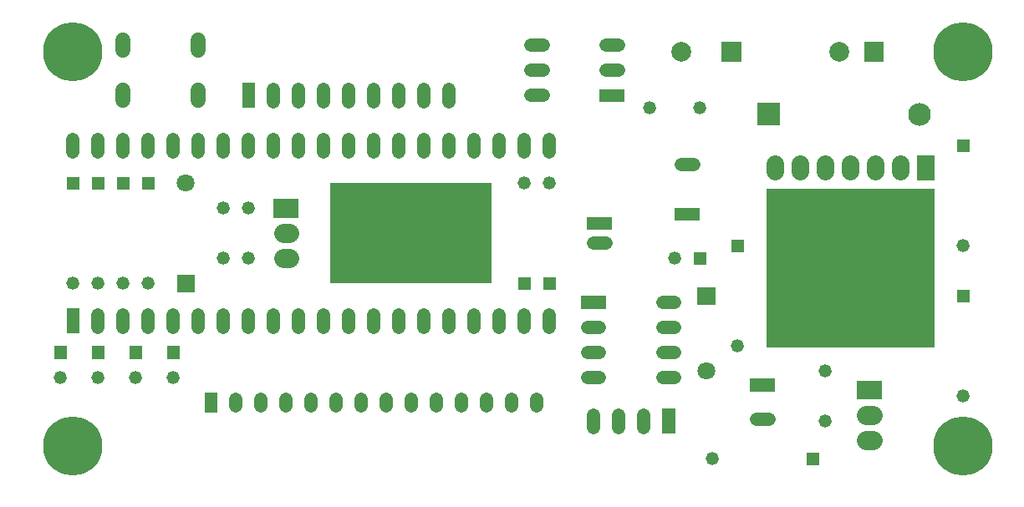
<source format=gts>
%FSLAX24Y24*%
%MOIN*%
%ADD10C,0.0520*%
%ADD11C,0.0600*%
%ADD12C,0.0700*%
%ADD13C,0.0709*%
%ADD14C,0.0750*%
%ADD15C,0.0787*%
%ADD16C,0.0906*%
%ADD17C,0.2362*%
D10*
G01X25000Y15500D03*
X27000Y15500D03*
X20000Y12500D03*
X21000Y12500D03*
X37500Y10000D03*
X37500Y4000D03*
X26000Y9500D03*
X32000Y5000D03*
X32000Y3000D03*
X1500Y4749D03*
X6000Y4749D03*
X4500Y4749D03*
X3000Y4749D03*
X1999Y8499D03*
X2999Y8499D03*
X4000Y8499D03*
X5000Y8499D03*
X9000Y9500D03*
X9000Y11500D03*
X8000Y9500D03*
X8000Y11500D03*
X28500Y6000D03*
X27500Y1500D03*
X29740Y3061D02*
X29260Y3061D01*
X26260Y13234D02*
X26740Y13234D01*
X25510Y5750D02*
X25989Y5750D01*
X22510Y6750D02*
X22990Y6750D01*
X25510Y7750D02*
X25989Y7750D01*
X25510Y4750D02*
X25989Y4750D01*
X25510Y6750D02*
X25989Y6750D01*
X22510Y5750D02*
X22990Y5750D01*
X22510Y4750D02*
X22990Y4750D01*
X8000Y13760D02*
X8000Y14239D01*
X13000Y13760D02*
X13000Y14239D01*
X20000Y13760D02*
X20000Y14239D01*
X2000Y13760D02*
X2000Y14239D01*
X8000Y6759D02*
X8000Y7240D01*
X12000Y13760D02*
X12000Y14239D01*
X16000Y6759D02*
X16000Y7240D01*
X5000Y13760D02*
X5000Y14239D01*
X10000Y13760D02*
X10000Y14239D01*
X18000Y13760D02*
X18000Y14239D01*
X17000Y6759D02*
X17000Y7240D01*
X3000Y6759D02*
X3000Y7240D01*
X4000Y13760D02*
X4000Y14239D01*
X15000Y6759D02*
X15000Y7240D01*
X17000Y13760D02*
X17000Y14239D01*
X6000Y6759D02*
X6000Y7240D01*
X9000Y6759D02*
X9000Y7240D01*
X19000Y6759D02*
X19000Y7240D01*
X11000Y6759D02*
X11000Y7240D01*
X16000Y13760D02*
X16000Y14239D01*
X6000Y13760D02*
X6000Y14239D01*
X13000Y6759D02*
X13000Y7240D01*
X21000Y13760D02*
X21000Y14239D01*
X15000Y13760D02*
X15000Y14239D01*
X10000Y6759D02*
X10000Y7240D01*
X3000Y13760D02*
X3000Y14239D01*
X5000Y6759D02*
X5000Y7240D01*
X18000Y6759D02*
X18000Y7240D01*
X7000Y6759D02*
X7000Y7240D01*
X14000Y6759D02*
X14000Y7240D01*
X20000Y6759D02*
X20000Y7240D01*
X12000Y6759D02*
X12000Y7240D01*
X11000Y13760D02*
X11000Y14239D01*
X4000Y6759D02*
X4000Y7240D01*
X7000Y13760D02*
X7000Y14239D01*
X14000Y13760D02*
X14000Y14239D01*
X9000Y13760D02*
X9000Y14239D01*
X21000Y6759D02*
X21000Y7240D01*
X19000Y13760D02*
X19000Y14239D01*
X22749Y3240D02*
X22749Y2760D01*
X24750Y3240D02*
X24750Y2760D01*
X23750Y3240D02*
X23750Y2760D01*
X17000Y15760D02*
X17000Y16240D01*
X13000Y15760D02*
X13000Y16240D01*
X16000Y15760D02*
X16000Y16240D01*
X10000Y15760D02*
X10000Y16240D01*
X12000Y15760D02*
X12000Y16240D01*
X14000Y15760D02*
X14000Y16240D01*
X15000Y15760D02*
X15000Y16240D01*
X10999Y15760D02*
X10999Y16240D01*
X23740Y17000D02*
X23260Y17000D01*
X20740Y17000D02*
X20260Y17000D01*
X20740Y18000D02*
X20260Y18000D01*
X20740Y16000D02*
X20260Y16000D01*
X23740Y18000D02*
X23260Y18000D01*
X13499Y3610D02*
X13499Y3890D01*
X14500Y3610D02*
X14500Y3890D01*
X12500Y3610D02*
X12500Y3890D01*
X8500Y3610D02*
X8500Y3890D01*
X10500Y3610D02*
X10500Y3890D01*
X16500Y3610D02*
X16500Y3890D01*
X11500Y3610D02*
X11500Y3890D01*
X17500Y3610D02*
X17500Y3890D01*
X19499Y3610D02*
X19499Y3890D01*
X9500Y3610D02*
X9500Y3890D01*
X20500Y3610D02*
X20500Y3890D01*
X15500Y3610D02*
X15500Y3890D01*
X18500Y3610D02*
X18500Y3890D01*
X23239Y10106D02*
X22759Y10106D01*
D11*
G01X3999Y18200D02*
X3999Y17800D01*
X3999Y16200D02*
X3999Y15800D01*
X6999Y16200D02*
X6999Y15800D01*
X6999Y18200D02*
X6999Y17800D01*
D12*
G01X32000Y13275D02*
X32000Y12975D01*
X31000Y13275D02*
X31000Y12975D01*
X30000Y13275D02*
X30000Y12975D01*
X35000Y13275D02*
X35000Y12975D01*
X33000Y13275D02*
X33000Y12975D01*
X34000Y13275D02*
X34000Y12975D01*
D13*
G01X6500Y12512D03*
X27250Y4999D03*
D14*
G01X33625Y2249D02*
X33875Y2249D01*
X33625Y3249D02*
X33875Y3249D01*
X10375Y10500D02*
X10625Y10500D01*
X10375Y9500D02*
X10625Y9500D01*
D15*
G01X26250Y17750D03*
X32561Y17750D03*
D16*
G01X35750Y15250D03*
D17*
G01X2000Y2000D03*
X2000Y17750D03*
X37500Y17750D03*
X37500Y2000D03*
G36*
X29000Y4698D02*G01*
X28999Y4178D01*X30000Y4178D01*X30000Y4698D01*G37*
G36*
X27000Y11525D02*G01*
X26000Y11525D01*X26000Y11005D01*X27000Y11005D01*G37*
G36*
X27856Y17356D02*G01*
X28643Y17356D01*X28643Y18143D01*X27856Y18143D01*G37*
G36*
X35650Y12625D02*G01*
X36350Y12625D01*X36350Y13625D01*X35650Y13625D01*G37*
G36*
X29653Y5957D02*G01*
X36346Y5957D01*X36346Y8792D01*X29653Y8792D01*G37*
G36*
X29653Y8728D02*G01*
X36346Y8728D01*X36346Y12271D01*X29653Y12271D01*G37*
G36*
X19739Y8760D02*G01*
X19739Y8240D01*X20259Y8240D01*X20259Y8760D01*G37*
G36*
X20739Y8760D02*G01*
X20739Y8240D01*X21259Y8240D01*X21259Y8760D01*G37*
G36*
X23249Y7490D02*G01*
X23249Y8010D01*X22250Y8010D01*X22250Y7490D01*G37*
G36*
X37760Y13740D02*G01*
X37760Y14260D01*X37240Y14260D01*X37240Y13740D01*G37*
G36*
X37760Y7740D02*G01*
X37760Y8260D01*X37240Y8260D01*X37240Y7740D01*G37*
G36*
X26740Y9240D02*G01*
X27260Y9240D01*X27260Y9760D01*X26740Y9760D01*G37*
G36*
X2260Y7500D02*G01*
X1740Y7500D01*X1740Y6500D01*X2260Y6500D01*G37*
G36*
X25490Y2500D02*G01*
X26010Y2500D01*X26010Y3500D01*X25490Y3500D01*G37*
G36*
X34250Y3874D02*G01*
X34250Y4625D01*X33250Y4625D01*X33250Y3875D01*G37*
G36*
X30202Y15702D02*G01*
X29297Y15702D01*X29297Y14797D01*X30202Y14797D01*G37*
G36*
X6145Y8841D02*G01*
X6145Y8133D01*X6854Y8133D01*X6854Y8841D01*G37*
G36*
X1760Y5489D02*G01*
X1760Y6009D01*X1240Y6009D01*X1240Y5489D01*G37*
G36*
X6260Y5489D02*G01*
X6260Y6009D01*X5740Y6009D01*X5740Y5489D01*G37*
G36*
X4760Y5489D02*G01*
X4760Y6009D01*X4240Y6009D01*X4240Y5489D01*G37*
G36*
X3260Y5489D02*G01*
X3260Y6009D01*X2740Y6009D01*X2740Y5489D01*G37*
G36*
X2260Y12239D02*G01*
X2260Y12759D01*X1740Y12759D01*X1740Y12239D01*G37*
G36*
X3260Y12239D02*G01*
X3260Y12759D01*X2740Y12759D01*X2740Y12239D01*G37*
G36*
X4260Y12239D02*G01*
X4260Y12759D01*X3740Y12759D01*X3740Y12239D01*G37*
G36*
X5260Y12239D02*G01*
X5260Y12759D01*X4740Y12759D01*X4740Y12239D01*G37*
G36*
X9260Y16500D02*G01*
X8740Y16500D01*X8740Y15500D01*X9260Y15500D01*G37*
G36*
X23000Y16260D02*G01*
X23000Y15740D01*X24000Y15740D01*X24000Y16260D01*G37*
G36*
X33545Y17356D02*G01*
X34332Y17356D01*X34332Y18143D01*X33545Y18143D01*G37*
G36*
X16750Y8499D02*G01*
X16750Y12500D01*X12250Y12500D01*X12250Y8500D01*G37*
G36*
X18699Y8499D02*G01*
X18700Y12499D01*X16300Y12500D01*X16300Y8499D01*G37*
G36*
X11000Y11125D02*G01*
X11000Y11875D01*X10000Y11875D01*X10000Y11125D01*G37*
G36*
X7760Y4150D02*G01*
X7240Y4150D01*X7240Y3350D01*X7760Y3350D01*G37*
G36*
X22499Y11153D02*G01*
X22499Y10633D01*X23500Y10633D01*X23500Y11153D01*G37*
G36*
X28760Y9740D02*G01*
X28760Y10260D01*X28240Y10260D01*X28240Y9740D01*G37*
G36*
X27604Y7645D02*G01*
X27604Y8354D01*X26895Y8354D01*X26895Y7645D01*G37*
G36*
X31240Y1240D02*G01*
X31760Y1240D01*X31760Y1760D01*X31240Y1760D01*G37*
M02*

</source>
